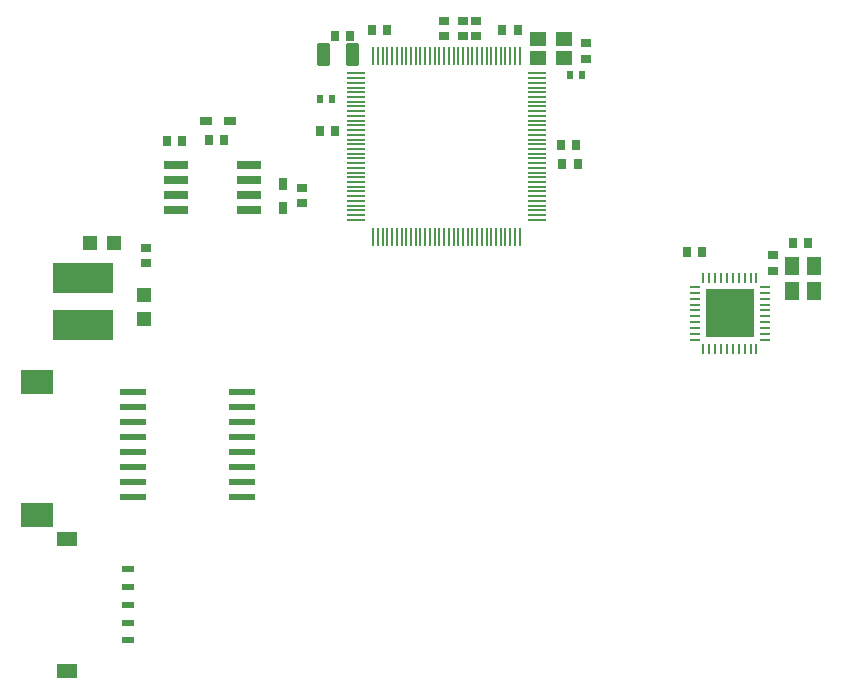
<source format=gbr>
G04 EAGLE Gerber X2 export*
%TF.Part,Single*%
%TF.FileFunction,Paste,Bot*%
%TF.FilePolarity,Positive*%
%TF.GenerationSoftware,Autodesk,EAGLE,8.6.0*%
%TF.CreationDate,2018-04-20T14:47:42Z*%
G75*
%MOMM*%
%FSLAX34Y34*%
%LPD*%
%AMOC8*
5,1,8,0,0,1.08239X$1,22.5*%
G01*
%ADD10R,1.300000X1.500000*%
%ADD11R,0.900000X0.700000*%
%ADD12R,0.700000X0.900000*%
%ADD13R,1.000000X0.800000*%
%ADD14R,0.800000X1.000000*%
%ADD15R,1.200000X1.300000*%
%ADD16R,1.300000X1.200000*%
%ADD17R,0.245000X1.600000*%
%ADD18R,1.600000X0.245000*%
%ADD19R,2.032000X0.660400*%
%ADD20R,2.200000X0.600000*%
%ADD21R,5.080000X2.540000*%
%ADD22R,0.600000X0.700000*%
%ADD23R,1.400000X1.200000*%
%ADD24R,0.850000X0.280000*%
%ADD25R,0.280000X0.850000*%
%ADD26R,4.150000X4.150000*%
%ADD27C,0.330000*%
%ADD28R,2.800000X2.100000*%
%ADD29R,1.000000X0.600000*%
%ADD30R,1.800000X1.250000*%


D10*
X311500Y154800D03*
X292500Y154800D03*
D11*
X276100Y150800D03*
X276100Y163800D03*
D12*
X216300Y166800D03*
X203300Y166800D03*
X-94300Y269300D03*
X-107300Y269300D03*
X-223730Y260790D03*
X-236730Y260790D03*
D11*
X-1640Y349728D03*
X-1640Y362728D03*
X14232Y349576D03*
X14232Y362576D03*
D12*
X60266Y354632D03*
X47266Y354632D03*
D11*
X118218Y330582D03*
X118218Y343582D03*
D12*
X-81686Y349568D03*
X-94686Y349568D03*
X-63338Y354718D03*
X-50338Y354718D03*
X96700Y257200D03*
X109700Y257200D03*
X98200Y241200D03*
X111200Y241200D03*
D11*
X24800Y349700D03*
X24800Y362700D03*
X-254300Y170400D03*
X-254300Y157400D03*
D12*
X293300Y174700D03*
X306300Y174700D03*
D10*
X292400Y133700D03*
X311400Y133700D03*
D13*
X-203362Y277692D03*
X-183362Y277692D03*
D14*
X-138046Y224140D03*
X-138046Y204140D03*
D15*
X-302122Y174622D03*
X-281802Y174622D03*
D16*
X-256096Y110316D03*
X-256096Y130636D03*
D17*
X62000Y179500D03*
X58000Y179500D03*
X54000Y179500D03*
X50000Y179500D03*
X46000Y179500D03*
X42000Y179500D03*
X38000Y179500D03*
X34000Y179500D03*
X30000Y179500D03*
X26000Y179500D03*
X22000Y179500D03*
X18000Y179500D03*
X14000Y179500D03*
X10000Y179500D03*
X6000Y179500D03*
X2000Y179500D03*
X-2000Y179500D03*
X-6000Y179500D03*
X-10000Y179500D03*
X-14000Y179500D03*
X-18000Y179500D03*
X-22000Y179500D03*
X-26000Y179500D03*
X-30000Y179500D03*
X-34000Y179500D03*
X-38000Y179500D03*
X-42000Y179500D03*
X-46000Y179500D03*
X-50000Y179500D03*
X-54000Y179500D03*
X-58000Y179500D03*
X-62000Y179500D03*
D18*
X-76500Y194000D03*
X-76500Y198000D03*
X-76500Y202000D03*
X-76500Y206000D03*
X-76500Y210000D03*
X-76500Y214000D03*
X-76500Y218000D03*
X-76500Y222000D03*
X-76500Y226000D03*
X-76500Y230000D03*
X-76500Y234000D03*
X-76500Y238000D03*
X-76500Y242000D03*
X-76500Y246000D03*
X-76500Y250000D03*
X-76500Y254000D03*
X-76500Y258000D03*
X-76500Y262000D03*
X-76500Y266000D03*
X-76500Y270000D03*
X-76500Y274000D03*
X-76500Y278000D03*
X-76500Y282000D03*
X-76500Y286000D03*
X-76500Y290000D03*
X-76500Y294000D03*
X-76500Y298000D03*
X-76500Y302000D03*
X-76500Y306000D03*
X-76500Y310000D03*
X-76500Y314000D03*
X-76500Y318000D03*
D17*
X-62000Y332500D03*
X-58000Y332500D03*
X-54000Y332500D03*
X-50000Y332500D03*
X-46000Y332500D03*
X-42000Y332500D03*
X-38000Y332500D03*
X-34000Y332500D03*
X-30000Y332500D03*
X-26000Y332500D03*
X-22000Y332500D03*
X-18000Y332500D03*
X-14000Y332500D03*
X-10000Y332500D03*
X-6000Y332500D03*
X-2000Y332500D03*
X2000Y332500D03*
X6000Y332500D03*
X10000Y332500D03*
X14000Y332500D03*
X18000Y332500D03*
X22000Y332500D03*
X26000Y332500D03*
X30000Y332500D03*
X34000Y332500D03*
X38000Y332500D03*
X42000Y332500D03*
X46000Y332500D03*
X50000Y332500D03*
X54000Y332500D03*
X58000Y332500D03*
X62000Y332500D03*
D18*
X76500Y318000D03*
X76500Y314000D03*
X76500Y310000D03*
X76500Y306000D03*
X76500Y302000D03*
X76500Y298000D03*
X76500Y294000D03*
X76500Y290000D03*
X76500Y286000D03*
X76500Y282000D03*
X76500Y278000D03*
X76500Y274000D03*
X76500Y270000D03*
X76500Y266000D03*
X76500Y262000D03*
X76500Y258000D03*
X76500Y254000D03*
X76500Y250000D03*
X76500Y246000D03*
X76500Y242000D03*
X76500Y238000D03*
X76500Y234000D03*
X76500Y230000D03*
X76500Y226000D03*
X76500Y222000D03*
X76500Y218000D03*
X76500Y214000D03*
X76500Y210000D03*
X76500Y206000D03*
X76500Y202000D03*
X76500Y198000D03*
X76500Y194000D03*
D19*
X-228756Y202558D03*
X-167288Y202558D03*
X-228756Y215258D03*
X-228756Y227958D03*
X-167288Y215258D03*
X-167288Y227958D03*
X-228756Y240658D03*
X-167288Y240658D03*
D20*
X-265410Y-28314D03*
X-173410Y-2914D03*
X-265410Y-41014D03*
X-265410Y-15614D03*
X-265410Y-2914D03*
X-173410Y-15614D03*
X-173410Y9786D03*
X-173410Y22486D03*
X-265410Y22486D03*
X-173410Y47886D03*
X-265410Y9786D03*
X-265410Y35186D03*
X-173410Y35186D03*
X-265410Y47886D03*
X-173410Y-28314D03*
X-173410Y-41014D03*
D21*
X-307756Y104940D03*
X-307756Y144940D03*
D22*
X104900Y316700D03*
X114900Y316700D03*
X-106800Y295900D03*
X-96800Y295900D03*
D12*
X-201004Y261328D03*
X-188004Y261328D03*
D11*
X-122262Y208012D03*
X-122262Y221012D03*
D23*
X77136Y347210D03*
X99136Y347210D03*
X99136Y331210D03*
X77136Y331210D03*
D24*
X210250Y117282D03*
D25*
X237500Y85032D03*
D24*
X269750Y112282D03*
D25*
X237500Y144532D03*
X232500Y144532D03*
X227500Y144532D03*
X222500Y144532D03*
X217500Y144532D03*
X242500Y144532D03*
X247500Y144532D03*
X252500Y144532D03*
X257500Y144532D03*
X262500Y144532D03*
X232500Y85032D03*
X227500Y85032D03*
X222500Y85032D03*
X217500Y85032D03*
X242500Y85032D03*
X247500Y85032D03*
X252500Y85032D03*
X257500Y85032D03*
X262500Y85032D03*
D24*
X269750Y107282D03*
X269750Y102282D03*
X269750Y97282D03*
X269750Y92282D03*
X269750Y117282D03*
X269750Y122282D03*
X269750Y132282D03*
X269750Y127282D03*
X269750Y137282D03*
X210250Y112282D03*
X210250Y107282D03*
X210250Y102282D03*
X210250Y97282D03*
X210250Y92282D03*
X210250Y122282D03*
X210250Y127282D03*
X210250Y132282D03*
X210250Y137282D03*
D26*
X240000Y114782D03*
D27*
X-100036Y325990D02*
X-107736Y325990D01*
X-107736Y341690D01*
X-100036Y341690D01*
X-100036Y325990D01*
X-100036Y329289D02*
X-107736Y329289D01*
X-107736Y332588D02*
X-100036Y332588D01*
X-100036Y335887D02*
X-107736Y335887D01*
X-107736Y339186D02*
X-100036Y339186D01*
X-83736Y325990D02*
X-76036Y325990D01*
X-83736Y325990D02*
X-83736Y341690D01*
X-76036Y341690D01*
X-76036Y325990D01*
X-76036Y329289D02*
X-83736Y329289D01*
X-83736Y332588D02*
X-76036Y332588D01*
X-76036Y335887D02*
X-83736Y335887D01*
X-83736Y339186D02*
X-76036Y339186D01*
D28*
X-347000Y56500D03*
X-347000Y-56000D03*
D29*
X-269600Y-132000D03*
X-269600Y-147000D03*
X-269600Y-162000D03*
X-269600Y-117000D03*
X-269600Y-102000D03*
D30*
X-321500Y-188050D03*
X-321500Y-75950D03*
M02*

</source>
